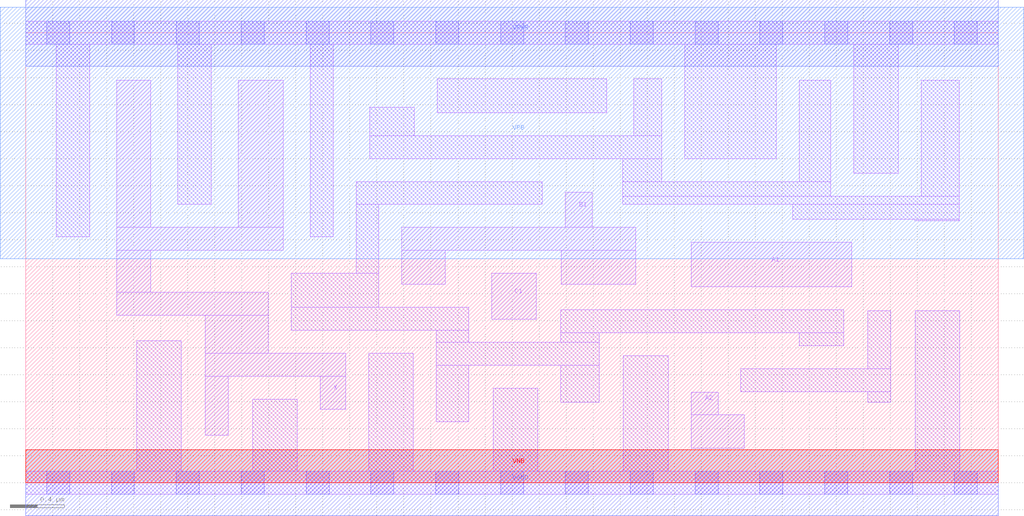
<source format=lef>
# Copyright 2020 The SkyWater PDK Authors
#
# Licensed under the Apache License, Version 2.0 (the "License");
# you may not use this file except in compliance with the License.
# You may obtain a copy of the License at
#
#     https://www.apache.org/licenses/LICENSE-2.0
#
# Unless required by applicable law or agreed to in writing, software
# distributed under the License is distributed on an "AS IS" BASIS,
# WITHOUT WARRANTIES OR CONDITIONS OF ANY KIND, either express or implied.
# See the License for the specific language governing permissions and
# limitations under the License.
#
# SPDX-License-Identifier: Apache-2.0

VERSION 5.7 ;
  NOWIREEXTENSIONATPIN ON ;
  DIVIDERCHAR "/" ;
  BUSBITCHARS "[]" ;
MACRO sky130_fd_sc_ms__a211o_4
  CLASS CORE ;
  FOREIGN sky130_fd_sc_ms__a211o_4 ;
  ORIGIN  0.000000  0.000000 ;
  SIZE  7.200000 BY  3.330000 ;
  SYMMETRY X Y ;
  SITE unit ;
  PIN A1
    ANTENNAGATEAREA  0.552000 ;
    DIRECTION INPUT ;
    USE SIGNAL ;
    PORT
      LAYER li1 ;
        RECT 4.925000 1.450000 6.115000 1.780000 ;
    END
  END A1
  PIN A2
    ANTENNAGATEAREA  0.552000 ;
    DIRECTION INPUT ;
    USE SIGNAL ;
    PORT
      LAYER li1 ;
        RECT 4.925000 0.255000 5.320000 0.505000 ;
        RECT 4.925000 0.505000 5.125000 0.670000 ;
    END
  END A2
  PIN B1
    ANTENNAGATEAREA  0.552000 ;
    DIRECTION INPUT ;
    USE SIGNAL ;
    PORT
      LAYER li1 ;
        RECT 2.785000 1.470000 3.105000 1.720000 ;
        RECT 2.785000 1.720000 4.515000 1.890000 ;
        RECT 3.965000 1.470000 4.515000 1.720000 ;
        RECT 3.995000 1.890000 4.195000 2.150000 ;
    END
  END B1
  PIN C1
    ANTENNAGATEAREA  0.552000 ;
    DIRECTION INPUT ;
    USE SIGNAL ;
    PORT
      LAYER li1 ;
        RECT 3.450000 1.210000 3.780000 1.550000 ;
    END
  END C1
  PIN X
    ANTENNADIFFAREA  1.019200 ;
    DIRECTION OUTPUT ;
    USE SIGNAL ;
    PORT
      LAYER li1 ;
        RECT 0.675000 1.240000 1.795000 1.410000 ;
        RECT 0.675000 1.410000 0.925000 1.720000 ;
        RECT 0.675000 1.720000 1.905000 1.890000 ;
        RECT 0.675000 1.890000 0.925000 2.980000 ;
        RECT 1.330000 0.350000 1.500000 0.790000 ;
        RECT 1.330000 0.790000 2.370000 0.960000 ;
        RECT 1.330000 0.960000 1.795000 1.240000 ;
        RECT 1.575000 1.890000 1.905000 2.980000 ;
        RECT 2.180000 0.545000 2.370000 0.790000 ;
    END
  END X
  PIN VGND
    DIRECTION INOUT ;
    USE GROUND ;
    PORT
      LAYER met1 ;
        RECT 0.000000 -0.245000 7.200000 0.245000 ;
    END
  END VGND
  PIN VNB
    DIRECTION INOUT ;
    USE GROUND ;
    PORT
      LAYER pwell ;
        RECT 0.000000 0.000000 7.200000 0.245000 ;
    END
  END VNB
  PIN VPB
    DIRECTION INOUT ;
    USE POWER ;
    PORT
      LAYER nwell ;
        RECT -0.190000 1.660000 7.390000 3.520000 ;
    END
  END VPB
  PIN VPWR
    DIRECTION INOUT ;
    USE POWER ;
    PORT
      LAYER met1 ;
        RECT 0.000000 3.085000 7.200000 3.575000 ;
    END
  END VPWR
  OBS
    LAYER li1 ;
      RECT 0.000000 -0.085000 7.200000 0.085000 ;
      RECT 0.000000  3.245000 7.200000 3.415000 ;
      RECT 0.225000  1.820000 0.475000 3.245000 ;
      RECT 0.820000  0.085000 1.150000 1.050000 ;
      RECT 1.125000  2.060000 1.375000 3.245000 ;
      RECT 1.680000  0.085000 2.010000 0.620000 ;
      RECT 1.965000  1.130000 3.280000 1.300000 ;
      RECT 1.965000  1.300000 2.615000 1.550000 ;
      RECT 2.105000  1.820000 2.275000 3.245000 ;
      RECT 2.445000  1.550000 2.615000 2.060000 ;
      RECT 2.445000  2.060000 3.825000 2.230000 ;
      RECT 2.540000  0.085000 2.870000 0.960000 ;
      RECT 2.545000  2.400000 4.710000 2.570000 ;
      RECT 2.545000  2.570000 2.875000 2.780000 ;
      RECT 3.040000  0.450000 3.280000 0.870000 ;
      RECT 3.040000  0.870000 4.245000 1.040000 ;
      RECT 3.040000  1.040000 3.280000 1.130000 ;
      RECT 3.045000  2.740000 4.300000 2.990000 ;
      RECT 3.460000  0.085000 3.790000 0.700000 ;
      RECT 3.960000  0.595000 4.245000 0.870000 ;
      RECT 3.960000  1.040000 4.245000 1.110000 ;
      RECT 3.960000  1.110000 6.055000 1.280000 ;
      RECT 4.420000  2.060000 6.910000 2.120000 ;
      RECT 4.420000  2.120000 5.960000 2.230000 ;
      RECT 4.420000  2.230000 4.710000 2.400000 ;
      RECT 4.425000  0.085000 4.755000 0.940000 ;
      RECT 4.500000  2.570000 4.710000 2.990000 ;
      RECT 4.880000  2.400000 5.555000 3.245000 ;
      RECT 5.295000  0.675000 6.405000 0.845000 ;
      RECT 5.680000  1.950000 6.910000 2.060000 ;
      RECT 5.725000  1.015000 6.055000 1.110000 ;
      RECT 5.725000  2.230000 5.960000 2.980000 ;
      RECT 6.130000  2.290000 6.460000 3.245000 ;
      RECT 6.235000  0.595000 6.405000 0.675000 ;
      RECT 6.235000  0.845000 6.405000 1.275000 ;
      RECT 6.580000  1.940000 6.910000 1.950000 ;
      RECT 6.585000  0.085000 6.915000 1.275000 ;
      RECT 6.630000  2.120000 6.910000 2.980000 ;
    LAYER mcon ;
      RECT 0.155000 -0.085000 0.325000 0.085000 ;
      RECT 0.155000  3.245000 0.325000 3.415000 ;
      RECT 0.635000 -0.085000 0.805000 0.085000 ;
      RECT 0.635000  3.245000 0.805000 3.415000 ;
      RECT 1.115000 -0.085000 1.285000 0.085000 ;
      RECT 1.115000  3.245000 1.285000 3.415000 ;
      RECT 1.595000 -0.085000 1.765000 0.085000 ;
      RECT 1.595000  3.245000 1.765000 3.415000 ;
      RECT 2.075000 -0.085000 2.245000 0.085000 ;
      RECT 2.075000  3.245000 2.245000 3.415000 ;
      RECT 2.555000 -0.085000 2.725000 0.085000 ;
      RECT 2.555000  3.245000 2.725000 3.415000 ;
      RECT 3.035000 -0.085000 3.205000 0.085000 ;
      RECT 3.035000  3.245000 3.205000 3.415000 ;
      RECT 3.515000 -0.085000 3.685000 0.085000 ;
      RECT 3.515000  3.245000 3.685000 3.415000 ;
      RECT 3.995000 -0.085000 4.165000 0.085000 ;
      RECT 3.995000  3.245000 4.165000 3.415000 ;
      RECT 4.475000 -0.085000 4.645000 0.085000 ;
      RECT 4.475000  3.245000 4.645000 3.415000 ;
      RECT 4.955000 -0.085000 5.125000 0.085000 ;
      RECT 4.955000  3.245000 5.125000 3.415000 ;
      RECT 5.435000 -0.085000 5.605000 0.085000 ;
      RECT 5.435000  3.245000 5.605000 3.415000 ;
      RECT 5.915000 -0.085000 6.085000 0.085000 ;
      RECT 5.915000  3.245000 6.085000 3.415000 ;
      RECT 6.395000 -0.085000 6.565000 0.085000 ;
      RECT 6.395000  3.245000 6.565000 3.415000 ;
      RECT 6.875000 -0.085000 7.045000 0.085000 ;
      RECT 6.875000  3.245000 7.045000 3.415000 ;
  END
END sky130_fd_sc_ms__a211o_4
END LIBRARY

</source>
